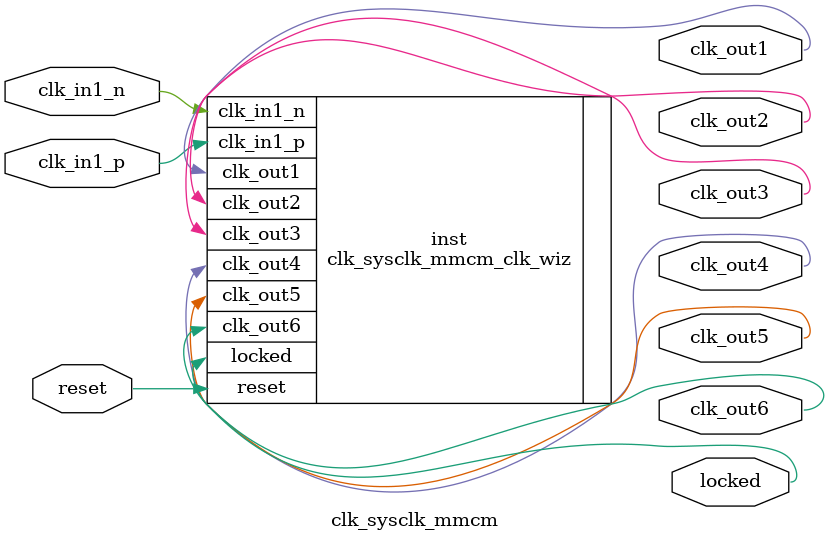
<source format=v>


`timescale 1ps/1ps

(* CORE_GENERATION_INFO = "clk_sysclk_mmcm,clk_wiz_v6_0_2_0_0,{component_name=clk_sysclk_mmcm,use_phase_alignment=true,use_min_o_jitter=false,use_max_i_jitter=false,use_dyn_phase_shift=false,use_inclk_switchover=false,use_dyn_reconfig=false,enable_axi=0,feedback_source=FDBK_AUTO,PRIMITIVE=MMCM,num_out_clk=6,clkin1_period=5.000,clkin2_period=10.0,use_power_down=false,use_reset=true,use_locked=true,use_inclk_stopped=false,feedback_type=SINGLE,CLOCK_MGR_TYPE=NA,manual_override=false}" *)

module clk_sysclk_mmcm 
 (
  // Clock out ports
  output        clk_out1,
  output        clk_out2,
  output        clk_out3,
  output        clk_out4,
  output        clk_out5,
  output        clk_out6,
  // Status and control signals
  input         reset,
  output        locked,
 // Clock in ports
  input         clk_in1_p,
  input         clk_in1_n
 );

  clk_sysclk_mmcm_clk_wiz inst
  (
  // Clock out ports  
  .clk_out1(clk_out1),
  .clk_out2(clk_out2),
  .clk_out3(clk_out3),
  .clk_out4(clk_out4),
  .clk_out5(clk_out5),
  .clk_out6(clk_out6),
  // Status and control signals               
  .reset(reset), 
  .locked(locked),
 // Clock in ports
  .clk_in1_p(clk_in1_p),
  .clk_in1_n(clk_in1_n)
  );

endmodule

</source>
